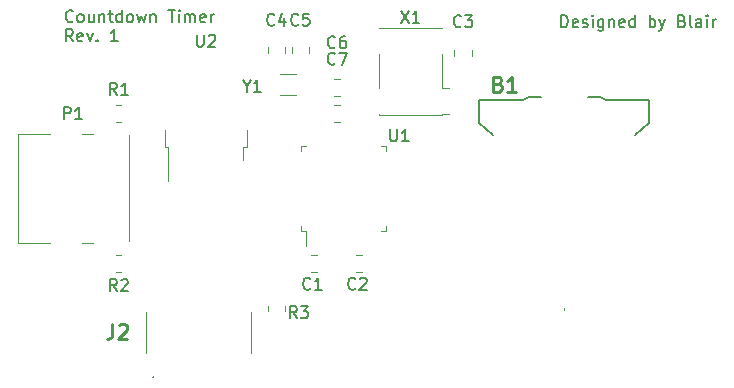
<source format=gbr>
%TF.GenerationSoftware,KiCad,Pcbnew,6.0.2+dfsg-1*%
%TF.CreationDate,2024-09-23T07:34:14+01:00*%
%TF.ProjectId,Circuit,43697263-7569-4742-9e6b-696361645f70,rev?*%
%TF.SameCoordinates,Original*%
%TF.FileFunction,Legend,Top*%
%TF.FilePolarity,Positive*%
%FSLAX46Y46*%
G04 Gerber Fmt 4.6, Leading zero omitted, Abs format (unit mm)*
G04 Created by KiCad (PCBNEW 6.0.2+dfsg-1) date 2024-09-23 07:34:14*
%MOMM*%
%LPD*%
G01*
G04 APERTURE LIST*
%ADD10C,0.200000*%
%ADD11C,0.150000*%
%ADD12C,0.254000*%
%ADD13C,0.120000*%
%ADD14C,0.100000*%
G04 APERTURE END LIST*
D10*
X72313523Y-56956142D02*
X72265904Y-57003761D01*
X72123047Y-57051380D01*
X72027809Y-57051380D01*
X71884952Y-57003761D01*
X71789714Y-56908523D01*
X71742095Y-56813285D01*
X71694476Y-56622809D01*
X71694476Y-56479952D01*
X71742095Y-56289476D01*
X71789714Y-56194238D01*
X71884952Y-56099000D01*
X72027809Y-56051380D01*
X72123047Y-56051380D01*
X72265904Y-56099000D01*
X72313523Y-56146619D01*
X72884952Y-57051380D02*
X72789714Y-57003761D01*
X72742095Y-56956142D01*
X72694476Y-56860904D01*
X72694476Y-56575190D01*
X72742095Y-56479952D01*
X72789714Y-56432333D01*
X72884952Y-56384714D01*
X73027809Y-56384714D01*
X73123047Y-56432333D01*
X73170666Y-56479952D01*
X73218285Y-56575190D01*
X73218285Y-56860904D01*
X73170666Y-56956142D01*
X73123047Y-57003761D01*
X73027809Y-57051380D01*
X72884952Y-57051380D01*
X74075428Y-56384714D02*
X74075428Y-57051380D01*
X73646857Y-56384714D02*
X73646857Y-56908523D01*
X73694476Y-57003761D01*
X73789714Y-57051380D01*
X73932571Y-57051380D01*
X74027809Y-57003761D01*
X74075428Y-56956142D01*
X74551619Y-56384714D02*
X74551619Y-57051380D01*
X74551619Y-56479952D02*
X74599238Y-56432333D01*
X74694476Y-56384714D01*
X74837333Y-56384714D01*
X74932571Y-56432333D01*
X74980190Y-56527571D01*
X74980190Y-57051380D01*
X75313523Y-56384714D02*
X75694476Y-56384714D01*
X75456380Y-56051380D02*
X75456380Y-56908523D01*
X75504000Y-57003761D01*
X75599238Y-57051380D01*
X75694476Y-57051380D01*
X76456380Y-57051380D02*
X76456380Y-56051380D01*
X76456380Y-57003761D02*
X76361142Y-57051380D01*
X76170666Y-57051380D01*
X76075428Y-57003761D01*
X76027809Y-56956142D01*
X75980190Y-56860904D01*
X75980190Y-56575190D01*
X76027809Y-56479952D01*
X76075428Y-56432333D01*
X76170666Y-56384714D01*
X76361142Y-56384714D01*
X76456380Y-56432333D01*
X77075428Y-57051380D02*
X76980190Y-57003761D01*
X76932571Y-56956142D01*
X76884952Y-56860904D01*
X76884952Y-56575190D01*
X76932571Y-56479952D01*
X76980190Y-56432333D01*
X77075428Y-56384714D01*
X77218285Y-56384714D01*
X77313523Y-56432333D01*
X77361142Y-56479952D01*
X77408761Y-56575190D01*
X77408761Y-56860904D01*
X77361142Y-56956142D01*
X77313523Y-57003761D01*
X77218285Y-57051380D01*
X77075428Y-57051380D01*
X77742095Y-56384714D02*
X77932571Y-57051380D01*
X78123047Y-56575190D01*
X78313523Y-57051380D01*
X78504000Y-56384714D01*
X78884952Y-56384714D02*
X78884952Y-57051380D01*
X78884952Y-56479952D02*
X78932571Y-56432333D01*
X79027809Y-56384714D01*
X79170666Y-56384714D01*
X79265904Y-56432333D01*
X79313523Y-56527571D01*
X79313523Y-57051380D01*
X80408761Y-56051380D02*
X80980190Y-56051380D01*
X80694476Y-57051380D02*
X80694476Y-56051380D01*
X81313523Y-57051380D02*
X81313523Y-56384714D01*
X81313523Y-56051380D02*
X81265904Y-56099000D01*
X81313523Y-56146619D01*
X81361142Y-56099000D01*
X81313523Y-56051380D01*
X81313523Y-56146619D01*
X81789714Y-57051380D02*
X81789714Y-56384714D01*
X81789714Y-56479952D02*
X81837333Y-56432333D01*
X81932571Y-56384714D01*
X82075428Y-56384714D01*
X82170666Y-56432333D01*
X82218285Y-56527571D01*
X82218285Y-57051380D01*
X82218285Y-56527571D02*
X82265904Y-56432333D01*
X82361142Y-56384714D01*
X82504000Y-56384714D01*
X82599238Y-56432333D01*
X82646857Y-56527571D01*
X82646857Y-57051380D01*
X83504000Y-57003761D02*
X83408761Y-57051380D01*
X83218285Y-57051380D01*
X83123047Y-57003761D01*
X83075428Y-56908523D01*
X83075428Y-56527571D01*
X83123047Y-56432333D01*
X83218285Y-56384714D01*
X83408761Y-56384714D01*
X83504000Y-56432333D01*
X83551619Y-56527571D01*
X83551619Y-56622809D01*
X83075428Y-56718047D01*
X83980190Y-57051380D02*
X83980190Y-56384714D01*
X83980190Y-56575190D02*
X84027809Y-56479952D01*
X84075428Y-56432333D01*
X84170666Y-56384714D01*
X84265904Y-56384714D01*
X72313523Y-58661380D02*
X71980190Y-58185190D01*
X71742095Y-58661380D02*
X71742095Y-57661380D01*
X72123047Y-57661380D01*
X72218285Y-57709000D01*
X72265904Y-57756619D01*
X72313523Y-57851857D01*
X72313523Y-57994714D01*
X72265904Y-58089952D01*
X72218285Y-58137571D01*
X72123047Y-58185190D01*
X71742095Y-58185190D01*
X73123047Y-58613761D02*
X73027809Y-58661380D01*
X72837333Y-58661380D01*
X72742095Y-58613761D01*
X72694476Y-58518523D01*
X72694476Y-58137571D01*
X72742095Y-58042333D01*
X72837333Y-57994714D01*
X73027809Y-57994714D01*
X73123047Y-58042333D01*
X73170666Y-58137571D01*
X73170666Y-58232809D01*
X72694476Y-58328047D01*
X73504000Y-57994714D02*
X73742095Y-58661380D01*
X73980190Y-57994714D01*
X74361142Y-58566142D02*
X74408761Y-58613761D01*
X74361142Y-58661380D01*
X74313523Y-58613761D01*
X74361142Y-58566142D01*
X74361142Y-58661380D01*
X76123047Y-58661380D02*
X75551619Y-58661380D01*
X75837333Y-58661380D02*
X75837333Y-57661380D01*
X75742095Y-57804238D01*
X75646857Y-57899476D01*
X75551619Y-57947095D01*
X113665809Y-57475380D02*
X113665809Y-56475380D01*
X113903904Y-56475380D01*
X114046761Y-56523000D01*
X114142000Y-56618238D01*
X114189619Y-56713476D01*
X114237238Y-56903952D01*
X114237238Y-57046809D01*
X114189619Y-57237285D01*
X114142000Y-57332523D01*
X114046761Y-57427761D01*
X113903904Y-57475380D01*
X113665809Y-57475380D01*
X115046761Y-57427761D02*
X114951523Y-57475380D01*
X114761047Y-57475380D01*
X114665809Y-57427761D01*
X114618190Y-57332523D01*
X114618190Y-56951571D01*
X114665809Y-56856333D01*
X114761047Y-56808714D01*
X114951523Y-56808714D01*
X115046761Y-56856333D01*
X115094380Y-56951571D01*
X115094380Y-57046809D01*
X114618190Y-57142047D01*
X115475333Y-57427761D02*
X115570571Y-57475380D01*
X115761047Y-57475380D01*
X115856285Y-57427761D01*
X115903904Y-57332523D01*
X115903904Y-57284904D01*
X115856285Y-57189666D01*
X115761047Y-57142047D01*
X115618190Y-57142047D01*
X115522952Y-57094428D01*
X115475333Y-56999190D01*
X115475333Y-56951571D01*
X115522952Y-56856333D01*
X115618190Y-56808714D01*
X115761047Y-56808714D01*
X115856285Y-56856333D01*
X116332476Y-57475380D02*
X116332476Y-56808714D01*
X116332476Y-56475380D02*
X116284857Y-56523000D01*
X116332476Y-56570619D01*
X116380095Y-56523000D01*
X116332476Y-56475380D01*
X116332476Y-56570619D01*
X117237238Y-56808714D02*
X117237238Y-57618238D01*
X117189619Y-57713476D01*
X117142000Y-57761095D01*
X117046761Y-57808714D01*
X116903904Y-57808714D01*
X116808666Y-57761095D01*
X117237238Y-57427761D02*
X117142000Y-57475380D01*
X116951523Y-57475380D01*
X116856285Y-57427761D01*
X116808666Y-57380142D01*
X116761047Y-57284904D01*
X116761047Y-56999190D01*
X116808666Y-56903952D01*
X116856285Y-56856333D01*
X116951523Y-56808714D01*
X117142000Y-56808714D01*
X117237238Y-56856333D01*
X117713428Y-56808714D02*
X117713428Y-57475380D01*
X117713428Y-56903952D02*
X117761047Y-56856333D01*
X117856285Y-56808714D01*
X117999142Y-56808714D01*
X118094380Y-56856333D01*
X118142000Y-56951571D01*
X118142000Y-57475380D01*
X118999142Y-57427761D02*
X118903904Y-57475380D01*
X118713428Y-57475380D01*
X118618190Y-57427761D01*
X118570571Y-57332523D01*
X118570571Y-56951571D01*
X118618190Y-56856333D01*
X118713428Y-56808714D01*
X118903904Y-56808714D01*
X118999142Y-56856333D01*
X119046761Y-56951571D01*
X119046761Y-57046809D01*
X118570571Y-57142047D01*
X119903904Y-57475380D02*
X119903904Y-56475380D01*
X119903904Y-57427761D02*
X119808666Y-57475380D01*
X119618190Y-57475380D01*
X119522952Y-57427761D01*
X119475333Y-57380142D01*
X119427714Y-57284904D01*
X119427714Y-56999190D01*
X119475333Y-56903952D01*
X119522952Y-56856333D01*
X119618190Y-56808714D01*
X119808666Y-56808714D01*
X119903904Y-56856333D01*
X121142000Y-57475380D02*
X121142000Y-56475380D01*
X121142000Y-56856333D02*
X121237238Y-56808714D01*
X121427714Y-56808714D01*
X121522952Y-56856333D01*
X121570571Y-56903952D01*
X121618190Y-56999190D01*
X121618190Y-57284904D01*
X121570571Y-57380142D01*
X121522952Y-57427761D01*
X121427714Y-57475380D01*
X121237238Y-57475380D01*
X121142000Y-57427761D01*
X121951523Y-56808714D02*
X122189619Y-57475380D01*
X122427714Y-56808714D02*
X122189619Y-57475380D01*
X122094380Y-57713476D01*
X122046761Y-57761095D01*
X121951523Y-57808714D01*
X123903904Y-56951571D02*
X124046761Y-56999190D01*
X124094380Y-57046809D01*
X124142000Y-57142047D01*
X124142000Y-57284904D01*
X124094380Y-57380142D01*
X124046761Y-57427761D01*
X123951523Y-57475380D01*
X123570571Y-57475380D01*
X123570571Y-56475380D01*
X123903904Y-56475380D01*
X123999142Y-56523000D01*
X124046761Y-56570619D01*
X124094380Y-56665857D01*
X124094380Y-56761095D01*
X124046761Y-56856333D01*
X123999142Y-56903952D01*
X123903904Y-56951571D01*
X123570571Y-56951571D01*
X124713428Y-57475380D02*
X124618190Y-57427761D01*
X124570571Y-57332523D01*
X124570571Y-56475380D01*
X125522952Y-57475380D02*
X125522952Y-56951571D01*
X125475333Y-56856333D01*
X125380095Y-56808714D01*
X125189619Y-56808714D01*
X125094380Y-56856333D01*
X125522952Y-57427761D02*
X125427714Y-57475380D01*
X125189619Y-57475380D01*
X125094380Y-57427761D01*
X125046761Y-57332523D01*
X125046761Y-57237285D01*
X125094380Y-57142047D01*
X125189619Y-57094428D01*
X125427714Y-57094428D01*
X125522952Y-57046809D01*
X125999142Y-57475380D02*
X125999142Y-56808714D01*
X125999142Y-56475380D02*
X125951523Y-56523000D01*
X125999142Y-56570619D01*
X126046761Y-56523000D01*
X125999142Y-56475380D01*
X125999142Y-56570619D01*
X126475333Y-57475380D02*
X126475333Y-56808714D01*
X126475333Y-56999190D02*
X126522952Y-56903952D01*
X126570571Y-56856333D01*
X126665809Y-56808714D01*
X126761047Y-56808714D01*
D11*
%TO.C,R2*%
X76033333Y-79827380D02*
X75700000Y-79351190D01*
X75461904Y-79827380D02*
X75461904Y-78827380D01*
X75842857Y-78827380D01*
X75938095Y-78875000D01*
X75985714Y-78922619D01*
X76033333Y-79017857D01*
X76033333Y-79160714D01*
X75985714Y-79255952D01*
X75938095Y-79303571D01*
X75842857Y-79351190D01*
X75461904Y-79351190D01*
X76414285Y-78922619D02*
X76461904Y-78875000D01*
X76557142Y-78827380D01*
X76795238Y-78827380D01*
X76890476Y-78875000D01*
X76938095Y-78922619D01*
X76985714Y-79017857D01*
X76985714Y-79113095D01*
X76938095Y-79255952D01*
X76366666Y-79827380D01*
X76985714Y-79827380D01*
%TO.C,P1*%
X71561904Y-65252380D02*
X71561904Y-64252380D01*
X71942857Y-64252380D01*
X72038095Y-64300000D01*
X72085714Y-64347619D01*
X72133333Y-64442857D01*
X72133333Y-64585714D01*
X72085714Y-64680952D01*
X72038095Y-64728571D01*
X71942857Y-64776190D01*
X71561904Y-64776190D01*
X73085714Y-65252380D02*
X72514285Y-65252380D01*
X72800000Y-65252380D02*
X72800000Y-64252380D01*
X72704761Y-64395238D01*
X72609523Y-64490476D01*
X72514285Y-64538095D01*
D12*
%TO.C,B1*%
X108324952Y-62266285D02*
X108506380Y-62326761D01*
X108566857Y-62387238D01*
X108627333Y-62508190D01*
X108627333Y-62689619D01*
X108566857Y-62810571D01*
X108506380Y-62871047D01*
X108385428Y-62931523D01*
X107901619Y-62931523D01*
X107901619Y-61661523D01*
X108324952Y-61661523D01*
X108445904Y-61722000D01*
X108506380Y-61782476D01*
X108566857Y-61903428D01*
X108566857Y-62024380D01*
X108506380Y-62145333D01*
X108445904Y-62205809D01*
X108324952Y-62266285D01*
X107901619Y-62266285D01*
X109836857Y-62931523D02*
X109111142Y-62931523D01*
X109474000Y-62931523D02*
X109474000Y-61661523D01*
X109353047Y-61842952D01*
X109232095Y-61963904D01*
X109111142Y-62024380D01*
D11*
%TO.C,U2*%
X82804095Y-58126380D02*
X82804095Y-58935904D01*
X82851714Y-59031142D01*
X82899333Y-59078761D01*
X82994571Y-59126380D01*
X83185047Y-59126380D01*
X83280285Y-59078761D01*
X83327904Y-59031142D01*
X83375523Y-58935904D01*
X83375523Y-58126380D01*
X83804095Y-58221619D02*
X83851714Y-58174000D01*
X83946952Y-58126380D01*
X84185047Y-58126380D01*
X84280285Y-58174000D01*
X84327904Y-58221619D01*
X84375523Y-58316857D01*
X84375523Y-58412095D01*
X84327904Y-58554952D01*
X83756476Y-59126380D01*
X84375523Y-59126380D01*
%TO.C,C7*%
X94509333Y-60555142D02*
X94461714Y-60602761D01*
X94318857Y-60650380D01*
X94223619Y-60650380D01*
X94080761Y-60602761D01*
X93985523Y-60507523D01*
X93937904Y-60412285D01*
X93890285Y-60221809D01*
X93890285Y-60078952D01*
X93937904Y-59888476D01*
X93985523Y-59793238D01*
X94080761Y-59698000D01*
X94223619Y-59650380D01*
X94318857Y-59650380D01*
X94461714Y-59698000D01*
X94509333Y-59745619D01*
X94842666Y-59650380D02*
X95509333Y-59650380D01*
X95080761Y-60650380D01*
%TO.C,R1*%
X76033333Y-63190380D02*
X75700000Y-62714190D01*
X75461904Y-63190380D02*
X75461904Y-62190380D01*
X75842857Y-62190380D01*
X75938095Y-62238000D01*
X75985714Y-62285619D01*
X76033333Y-62380857D01*
X76033333Y-62523714D01*
X75985714Y-62618952D01*
X75938095Y-62666571D01*
X75842857Y-62714190D01*
X75461904Y-62714190D01*
X76985714Y-63190380D02*
X76414285Y-63190380D01*
X76700000Y-63190380D02*
X76700000Y-62190380D01*
X76604761Y-62333238D01*
X76509523Y-62428476D01*
X76414285Y-62476095D01*
%TO.C,U1*%
X99187095Y-66127380D02*
X99187095Y-66936904D01*
X99234714Y-67032142D01*
X99282333Y-67079761D01*
X99377571Y-67127380D01*
X99568047Y-67127380D01*
X99663285Y-67079761D01*
X99710904Y-67032142D01*
X99758523Y-66936904D01*
X99758523Y-66127380D01*
X100758523Y-67127380D02*
X100187095Y-67127380D01*
X100472809Y-67127380D02*
X100472809Y-66127380D01*
X100377571Y-66270238D01*
X100282333Y-66365476D01*
X100187095Y-66413095D01*
%TO.C,C1*%
X92416333Y-79605142D02*
X92368714Y-79652761D01*
X92225857Y-79700380D01*
X92130619Y-79700380D01*
X91987761Y-79652761D01*
X91892523Y-79557523D01*
X91844904Y-79462285D01*
X91797285Y-79271809D01*
X91797285Y-79128952D01*
X91844904Y-78938476D01*
X91892523Y-78843238D01*
X91987761Y-78748000D01*
X92130619Y-78700380D01*
X92225857Y-78700380D01*
X92368714Y-78748000D01*
X92416333Y-78795619D01*
X93368714Y-79700380D02*
X92797285Y-79700380D01*
X93083000Y-79700380D02*
X93083000Y-78700380D01*
X92987761Y-78843238D01*
X92892523Y-78938476D01*
X92797285Y-78986095D01*
%TO.C,R3*%
X91273333Y-82113380D02*
X90940000Y-81637190D01*
X90701904Y-82113380D02*
X90701904Y-81113380D01*
X91082857Y-81113380D01*
X91178095Y-81161000D01*
X91225714Y-81208619D01*
X91273333Y-81303857D01*
X91273333Y-81446714D01*
X91225714Y-81541952D01*
X91178095Y-81589571D01*
X91082857Y-81637190D01*
X90701904Y-81637190D01*
X91606666Y-81113380D02*
X92225714Y-81113380D01*
X91892380Y-81494333D01*
X92035238Y-81494333D01*
X92130476Y-81541952D01*
X92178095Y-81589571D01*
X92225714Y-81684809D01*
X92225714Y-81922904D01*
X92178095Y-82018142D01*
X92130476Y-82065761D01*
X92035238Y-82113380D01*
X91749523Y-82113380D01*
X91654285Y-82065761D01*
X91606666Y-82018142D01*
%TO.C,X1*%
X100087476Y-56094380D02*
X100754142Y-57094380D01*
X100754142Y-56094380D02*
X100087476Y-57094380D01*
X101658904Y-57094380D02*
X101087476Y-57094380D01*
X101373190Y-57094380D02*
X101373190Y-56094380D01*
X101277952Y-56237238D01*
X101182714Y-56332476D01*
X101087476Y-56380095D01*
%TO.C,C5*%
X91400333Y-57253142D02*
X91352714Y-57300761D01*
X91209857Y-57348380D01*
X91114619Y-57348380D01*
X90971761Y-57300761D01*
X90876523Y-57205523D01*
X90828904Y-57110285D01*
X90781285Y-56919809D01*
X90781285Y-56776952D01*
X90828904Y-56586476D01*
X90876523Y-56491238D01*
X90971761Y-56396000D01*
X91114619Y-56348380D01*
X91209857Y-56348380D01*
X91352714Y-56396000D01*
X91400333Y-56443619D01*
X92305095Y-56348380D02*
X91828904Y-56348380D01*
X91781285Y-56824571D01*
X91828904Y-56776952D01*
X91924142Y-56729333D01*
X92162238Y-56729333D01*
X92257476Y-56776952D01*
X92305095Y-56824571D01*
X92352714Y-56919809D01*
X92352714Y-57157904D01*
X92305095Y-57253142D01*
X92257476Y-57300761D01*
X92162238Y-57348380D01*
X91924142Y-57348380D01*
X91828904Y-57300761D01*
X91781285Y-57253142D01*
%TO.C,C3*%
X105175333Y-57380142D02*
X105127714Y-57427761D01*
X104984857Y-57475380D01*
X104889619Y-57475380D01*
X104746761Y-57427761D01*
X104651523Y-57332523D01*
X104603904Y-57237285D01*
X104556285Y-57046809D01*
X104556285Y-56903952D01*
X104603904Y-56713476D01*
X104651523Y-56618238D01*
X104746761Y-56523000D01*
X104889619Y-56475380D01*
X104984857Y-56475380D01*
X105127714Y-56523000D01*
X105175333Y-56570619D01*
X105508666Y-56475380D02*
X106127714Y-56475380D01*
X105794380Y-56856333D01*
X105937238Y-56856333D01*
X106032476Y-56903952D01*
X106080095Y-56951571D01*
X106127714Y-57046809D01*
X106127714Y-57284904D01*
X106080095Y-57380142D01*
X106032476Y-57427761D01*
X105937238Y-57475380D01*
X105651523Y-57475380D01*
X105556285Y-57427761D01*
X105508666Y-57380142D01*
%TO.C,C2*%
X96226333Y-79605142D02*
X96178714Y-79652761D01*
X96035857Y-79700380D01*
X95940619Y-79700380D01*
X95797761Y-79652761D01*
X95702523Y-79557523D01*
X95654904Y-79462285D01*
X95607285Y-79271809D01*
X95607285Y-79128952D01*
X95654904Y-78938476D01*
X95702523Y-78843238D01*
X95797761Y-78748000D01*
X95940619Y-78700380D01*
X96035857Y-78700380D01*
X96178714Y-78748000D01*
X96226333Y-78795619D01*
X96607285Y-78795619D02*
X96654904Y-78748000D01*
X96750142Y-78700380D01*
X96988238Y-78700380D01*
X97083476Y-78748000D01*
X97131095Y-78795619D01*
X97178714Y-78890857D01*
X97178714Y-78986095D01*
X97131095Y-79128952D01*
X96559666Y-79700380D01*
X97178714Y-79700380D01*
%TO.C,C4*%
X89368333Y-57253142D02*
X89320714Y-57300761D01*
X89177857Y-57348380D01*
X89082619Y-57348380D01*
X88939761Y-57300761D01*
X88844523Y-57205523D01*
X88796904Y-57110285D01*
X88749285Y-56919809D01*
X88749285Y-56776952D01*
X88796904Y-56586476D01*
X88844523Y-56491238D01*
X88939761Y-56396000D01*
X89082619Y-56348380D01*
X89177857Y-56348380D01*
X89320714Y-56396000D01*
X89368333Y-56443619D01*
X90225476Y-56681714D02*
X90225476Y-57348380D01*
X89987380Y-56300761D02*
X89749285Y-57015047D01*
X90368333Y-57015047D01*
D12*
%TO.C,J2*%
X75649666Y-82616523D02*
X75649666Y-83523666D01*
X75589190Y-83705095D01*
X75468238Y-83826047D01*
X75286809Y-83886523D01*
X75165857Y-83886523D01*
X76193952Y-82737476D02*
X76254428Y-82677000D01*
X76375380Y-82616523D01*
X76677761Y-82616523D01*
X76798714Y-82677000D01*
X76859190Y-82737476D01*
X76919666Y-82858428D01*
X76919666Y-82979380D01*
X76859190Y-83160809D01*
X76133476Y-83886523D01*
X76919666Y-83886523D01*
D11*
%TO.C,Y1*%
X87026809Y-62460190D02*
X87026809Y-62936380D01*
X86693476Y-61936380D02*
X87026809Y-62460190D01*
X87360142Y-61936380D01*
X88217285Y-62936380D02*
X87645857Y-62936380D01*
X87931571Y-62936380D02*
X87931571Y-61936380D01*
X87836333Y-62079238D01*
X87741095Y-62174476D01*
X87645857Y-62222095D01*
%TO.C,C6*%
X94509333Y-59158142D02*
X94461714Y-59205761D01*
X94318857Y-59253380D01*
X94223619Y-59253380D01*
X94080761Y-59205761D01*
X93985523Y-59110523D01*
X93937904Y-59015285D01*
X93890285Y-58824809D01*
X93890285Y-58681952D01*
X93937904Y-58491476D01*
X93985523Y-58396238D01*
X94080761Y-58301000D01*
X94223619Y-58253380D01*
X94318857Y-58253380D01*
X94461714Y-58301000D01*
X94509333Y-58348619D01*
X95366476Y-58253380D02*
X95176000Y-58253380D01*
X95080761Y-58301000D01*
X95033142Y-58348619D01*
X94937904Y-58491476D01*
X94890285Y-58681952D01*
X94890285Y-59062904D01*
X94937904Y-59158142D01*
X94985523Y-59205761D01*
X95080761Y-59253380D01*
X95271238Y-59253380D01*
X95366476Y-59205761D01*
X95414095Y-59158142D01*
X95461714Y-59062904D01*
X95461714Y-58824809D01*
X95414095Y-58729571D01*
X95366476Y-58681952D01*
X95271238Y-58634333D01*
X95080761Y-58634333D01*
X94985523Y-58681952D01*
X94937904Y-58729571D01*
X94890285Y-58824809D01*
D13*
%TO.C,R2*%
X75972936Y-76735000D02*
X76427064Y-76735000D01*
X75972936Y-78205000D02*
X76427064Y-78205000D01*
%TO.C,P1*%
X70415000Y-75715000D02*
X67685000Y-75715000D01*
X77095000Y-66645000D02*
X77095000Y-75595000D01*
X67685000Y-66525000D02*
X67685000Y-75715000D01*
X74015000Y-75715000D02*
X73115000Y-75715000D01*
X74015000Y-66525000D02*
X73115000Y-66525000D01*
X70415000Y-66525000D02*
X67685000Y-66525000D01*
D14*
%TO.C,B1*%
X113919000Y-81320000D02*
X113919000Y-81320000D01*
D10*
X121119000Y-65620000D02*
X119919000Y-66620000D01*
X110919000Y-63375000D02*
X111919000Y-63375000D01*
X106719000Y-63620000D02*
X110419000Y-63620000D01*
X117419000Y-63620000D02*
X121119000Y-63620000D01*
X116919000Y-63375000D02*
X117419000Y-63620000D01*
X110419000Y-63620000D02*
X110919000Y-63375000D01*
X106719000Y-65620000D02*
X106719000Y-63620000D01*
D14*
X113919000Y-81420000D02*
X113919000Y-81420000D01*
D10*
X115919000Y-63375000D02*
X116919000Y-63375000D01*
X121119000Y-63620000D02*
X121119000Y-65620000D01*
X107919000Y-66620000D02*
X106719000Y-65620000D01*
D14*
X113919000Y-81320000D02*
G75*
G03*
X113919000Y-81420000I0J-50000D01*
G01*
X113919000Y-81420000D02*
G75*
G03*
X113919000Y-81320000I0J50000D01*
G01*
D13*
%TO.C,U2*%
X80115000Y-66165000D02*
X80115000Y-67665000D01*
X87015000Y-66165000D02*
X87015000Y-67665000D01*
X80385000Y-67665000D02*
X80385000Y-70495000D01*
X87015000Y-67665000D02*
X86745000Y-67665000D01*
X86745000Y-67665000D02*
X86745000Y-68765000D01*
X80115000Y-67665000D02*
X80385000Y-67665000D01*
%TO.C,C7*%
X94414748Y-65505000D02*
X94937252Y-65505000D01*
X94414748Y-64035000D02*
X94937252Y-64035000D01*
%TO.C,R1*%
X76427064Y-65505000D02*
X75972936Y-65505000D01*
X76427064Y-64035000D02*
X75972936Y-64035000D01*
%TO.C,U1*%
X91640000Y-74280000D02*
X91640000Y-74730000D01*
X91640000Y-67510000D02*
X92090000Y-67510000D01*
X98860000Y-67960000D02*
X98860000Y-67510000D01*
X98860000Y-67510000D02*
X98410000Y-67510000D01*
X98860000Y-74280000D02*
X98860000Y-74730000D01*
X92090000Y-74730000D02*
X92090000Y-76020000D01*
X98860000Y-74730000D02*
X98410000Y-74730000D01*
X91640000Y-67960000D02*
X91640000Y-67510000D01*
X91640000Y-74730000D02*
X92090000Y-74730000D01*
%TO.C,C1*%
X92971252Y-76735000D02*
X92448748Y-76735000D01*
X92971252Y-78205000D02*
X92448748Y-78205000D01*
%TO.C,R3*%
X90270000Y-81052936D02*
X90270000Y-81507064D01*
X88800000Y-81052936D02*
X88800000Y-81507064D01*
%TO.C,X1*%
X104197000Y-64854000D02*
X103597000Y-64854000D01*
X103597000Y-64914000D02*
X98197000Y-64914000D01*
X98197000Y-57574000D02*
X98197000Y-57514000D01*
X98197000Y-62654000D02*
X98197000Y-59774000D01*
X98197000Y-57514000D02*
X103597000Y-57514000D01*
X103597000Y-62654000D02*
X104197000Y-62654000D01*
X103597000Y-57514000D02*
X103597000Y-57574000D01*
X103597000Y-59774000D02*
X103597000Y-62654000D01*
X103597000Y-64854000D02*
X103597000Y-64914000D01*
X98197000Y-64914000D02*
X98197000Y-64854000D01*
%TO.C,C5*%
X92302000Y-59697252D02*
X92302000Y-59174748D01*
X90832000Y-59697252D02*
X90832000Y-59174748D01*
%TO.C,C3*%
X106077000Y-59951252D02*
X106077000Y-59428748D01*
X104607000Y-59951252D02*
X104607000Y-59428748D01*
%TO.C,C2*%
X96258748Y-76735000D02*
X96781252Y-76735000D01*
X96258748Y-78205000D02*
X96781252Y-78205000D01*
%TO.C,C4*%
X88800000Y-59697252D02*
X88800000Y-59174748D01*
X90270000Y-59697252D02*
X90270000Y-59174748D01*
D14*
%TO.C,J2*%
X78486000Y-85027000D02*
X78486000Y-81597000D01*
X87376000Y-81597000D02*
X87376000Y-85027000D01*
D10*
X79146000Y-87097000D02*
G75*
G03*
X79146000Y-87097000I-50000J0D01*
G01*
D13*
%TO.C,Y1*%
X91226000Y-63232000D02*
X89876000Y-63232000D01*
X91226000Y-61482000D02*
X89876000Y-61482000D01*
%TO.C,C6*%
X94414748Y-63346000D02*
X94937252Y-63346000D01*
X94414748Y-61876000D02*
X94937252Y-61876000D01*
%TD*%
M02*

</source>
